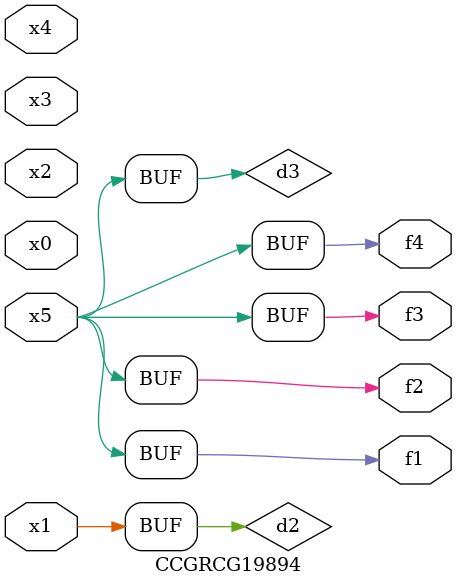
<source format=v>
module CCGRCG19894(
	input x0, x1, x2, x3, x4, x5,
	output f1, f2, f3, f4
);

	wire d1, d2, d3;

	not (d1, x5);
	or (d2, x1);
	xnor (d3, d1);
	assign f1 = d3;
	assign f2 = d3;
	assign f3 = d3;
	assign f4 = d3;
endmodule

</source>
